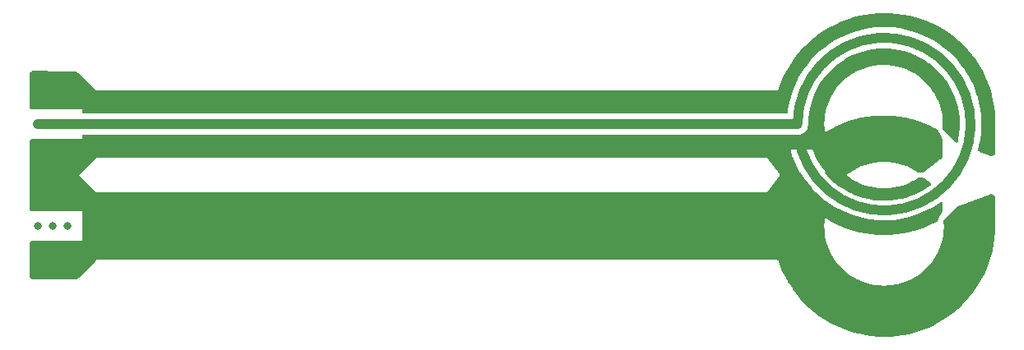
<source format=gbr>
G04 #@! TF.GenerationSoftware,KiCad,Pcbnew,8.0.0*
G04 #@! TF.CreationDate,2024-04-11T14:56:03-06:00*
G04 #@! TF.ProjectId,dual_loop_probe_groundfix,6475616c-5f6c-46f6-9f70-5f70726f6265,rev?*
G04 #@! TF.SameCoordinates,Original*
G04 #@! TF.FileFunction,Copper,L3,Inr*
G04 #@! TF.FilePolarity,Positive*
%FSLAX46Y46*%
G04 Gerber Fmt 4.6, Leading zero omitted, Abs format (unit mm)*
G04 Created by KiCad (PCBNEW 8.0.0) date 2024-04-11 14:56:03*
%MOMM*%
%LPD*%
G01*
G04 APERTURE LIST*
G04 #@! TA.AperFunction,Conductor*
%ADD10C,0.100000*%
G04 #@! TD*
G04 #@! TA.AperFunction,Conductor*
%ADD11C,1.000000*%
G04 #@! TD*
G04 #@! TA.AperFunction,ComponentPad*
%ADD12R,4.190000X3.000000*%
G04 #@! TD*
G04 #@! TA.AperFunction,ViaPad*
%ADD13C,0.800000*%
G04 #@! TD*
G04 APERTURE END LIST*
D10*
X174000000Y-88000000D02*
X171000000Y-88000000D01*
X171000000Y-87000000D01*
X174000000Y-87000000D01*
X174000000Y-88000000D01*
G04 #@! TA.AperFunction,Conductor*
G36*
X174000000Y-88000000D02*
G01*
X171000000Y-88000000D01*
X171000000Y-87000000D01*
X174000000Y-87000000D01*
X174000000Y-88000000D01*
G37*
G04 #@! TD.AperFunction*
D11*
X172096699Y-85500917D02*
G75*
G02*
X172532462Y-88252170I8903201J17D01*
G01*
D12*
X95500000Y-99325000D03*
X95500000Y-92675000D03*
X95500000Y-82350000D03*
X95500000Y-89000000D03*
D13*
X133000000Y-94000000D03*
X131500000Y-94000000D03*
X95500000Y-94000000D03*
X101500000Y-94000000D03*
X104500000Y-94000000D03*
X122500000Y-94000000D03*
X124000000Y-94000000D03*
X125500000Y-94000000D03*
X127000000Y-94000000D03*
X119500000Y-94000000D03*
X112000000Y-94000000D03*
X110500000Y-94000000D03*
X94000000Y-94000000D03*
X100000000Y-94000000D03*
X118000000Y-94000000D03*
X130000000Y-94000000D03*
X121000000Y-94000000D03*
X109000000Y-94000000D03*
X107500000Y-94000000D03*
X116500000Y-94000000D03*
X98500000Y-94000000D03*
X103000000Y-94000000D03*
X128500000Y-94000000D03*
X106000000Y-94000000D03*
X115000000Y-94000000D03*
X97000000Y-94000000D03*
X113500000Y-94000000D03*
X134500000Y-94000000D03*
X170500000Y-94000000D03*
X169000000Y-94000000D03*
X137500000Y-94000000D03*
X136000000Y-94000000D03*
X140500000Y-94000000D03*
X143500000Y-94000000D03*
X139000000Y-94000000D03*
X142000000Y-94000000D03*
X151000000Y-94000000D03*
X145000000Y-94000000D03*
X145000000Y-94000000D03*
X146500000Y-94000000D03*
X148000000Y-94000000D03*
X149500000Y-94000000D03*
X154000000Y-94000000D03*
X152500000Y-94000000D03*
X155500000Y-94000000D03*
X157000000Y-94000000D03*
X158500000Y-94000000D03*
X160000000Y-94000000D03*
X161500000Y-94000000D03*
X163000000Y-94000000D03*
X164500000Y-94000000D03*
X166000000Y-94000000D03*
X167500000Y-94000000D03*
X174160681Y-97491213D03*
X174635347Y-98913966D03*
X175402207Y-100202942D03*
X176426056Y-101298965D03*
X177659889Y-102151720D03*
X179047062Y-102722056D03*
X180523893Y-102983790D03*
X182022581Y-102924906D03*
X183474324Y-102548108D03*
X184812473Y-101870694D03*
X185975596Y-100923763D03*
X186910295Y-99750788D03*
X187573660Y-98405618D03*
X187935235Y-96950009D03*
X174160681Y-94508787D03*
X176189817Y-90750000D03*
X177393138Y-89793306D03*
X178759561Y-89174905D03*
X180226358Y-88861790D03*
X181726188Y-88868335D03*
X183190197Y-89194238D03*
X184551172Y-89824539D03*
X187935235Y-95500000D03*
X170892607Y-99477156D03*
X171491886Y-100883213D03*
X172285582Y-102189421D03*
X173257467Y-103369069D03*
X174387667Y-104398039D03*
X175653074Y-105255289D03*
X177027812Y-105923292D03*
X178483771Y-106388387D03*
X179991181Y-106641066D03*
X181519219Y-106676161D03*
X183036640Y-106492955D03*
X184512416Y-106095193D03*
X185916373Y-105491010D03*
X187219802Y-104692759D03*
X188396051Y-103716763D03*
X189421069Y-102582978D03*
X190273897Y-101314587D03*
X190937097Y-99937525D03*
X191397107Y-98479952D03*
X191644523Y-96971669D03*
X171000000Y-92250000D03*
X171500000Y-90750000D03*
X175653074Y-86744711D03*
X177027812Y-86076708D03*
X178483771Y-85611613D03*
X179991181Y-85358934D03*
X181519219Y-85323839D03*
X183036640Y-85507045D03*
X184512416Y-85904807D03*
X185916373Y-86508990D03*
X191397107Y-93520048D03*
X191644523Y-95028331D03*
X101500000Y-87500000D03*
X110500000Y-98000000D03*
X188451529Y-77783237D03*
X107500000Y-83500000D03*
X121000000Y-87500000D03*
X167500000Y-83500000D03*
X183474325Y-79001883D03*
X94000000Y-98000000D03*
X134500000Y-98000000D03*
X125500000Y-83500000D03*
X125500000Y-87500000D03*
X166000000Y-83500000D03*
X124000000Y-83500000D03*
X109000000Y-83500000D03*
X173000000Y-94000000D03*
X160000000Y-98000000D03*
X97007460Y-89003531D03*
X100000000Y-98000000D03*
X180523894Y-78566201D03*
X130000000Y-98000000D03*
X121000000Y-98000000D03*
X158500000Y-83500000D03*
X121000000Y-83500000D03*
X140500000Y-87500000D03*
X140500000Y-83500000D03*
X175628427Y-94707958D03*
X113500000Y-87500000D03*
X187935236Y-86000000D03*
X174000001Y-85549991D03*
X185888882Y-95045517D03*
X95500000Y-83500000D03*
X191694380Y-86426685D03*
X151000000Y-98000000D03*
X164500000Y-87500000D03*
X163000000Y-98000000D03*
X119500000Y-87500000D03*
X191452585Y-83020048D03*
X172000000Y-87500000D03*
X112000000Y-83500000D03*
X181480182Y-96186973D03*
X136000000Y-87500000D03*
X170500000Y-98000000D03*
X134500000Y-83500000D03*
X185971851Y-76008990D03*
X97000000Y-90250000D03*
X174635348Y-82636025D03*
X161500000Y-83500000D03*
X167500000Y-98000000D03*
X140500000Y-98000000D03*
X149500000Y-87500000D03*
X97000000Y-98000000D03*
X122500000Y-83500000D03*
X146500000Y-83500000D03*
X163000000Y-87500000D03*
X130000000Y-83500000D03*
X160000000Y-83500000D03*
X106000000Y-98000000D03*
X145000000Y-83500000D03*
X190329375Y-80185413D03*
X95500000Y-98000000D03*
X95500000Y-100500000D03*
X187573661Y-83144373D03*
X113500000Y-83500000D03*
X109000000Y-98000000D03*
X169000000Y-83500000D03*
X180191817Y-92566997D03*
X160000000Y-87500000D03*
X174443145Y-77101961D03*
X94000000Y-100500000D03*
X130000000Y-87500000D03*
X166000000Y-87500000D03*
X179952568Y-96136716D03*
X103000000Y-83500000D03*
X115000000Y-87500000D03*
X137500000Y-98000000D03*
X128500000Y-98000000D03*
X119500000Y-83500000D03*
X155500000Y-87500000D03*
X100000000Y-83500000D03*
X94000000Y-87750000D03*
X142000000Y-83500000D03*
X118000000Y-87500000D03*
X107500000Y-87500000D03*
X137500000Y-87500000D03*
X151000000Y-87500000D03*
X98500000Y-83500000D03*
X149500000Y-98000000D03*
X142000000Y-98000000D03*
X94000000Y-90250000D03*
X145000000Y-83500000D03*
X152500000Y-87500000D03*
X98500000Y-87500000D03*
X118000000Y-83500000D03*
X109000000Y-87500000D03*
X183158444Y-92260427D03*
X145000000Y-98000000D03*
X157000000Y-83500000D03*
X155500000Y-98000000D03*
X182022582Y-78625085D03*
X170500000Y-87500000D03*
X145000000Y-87500000D03*
X164500000Y-83500000D03*
X152500000Y-98000000D03*
X174000000Y-96000000D03*
X136000000Y-98000000D03*
X116500000Y-87500000D03*
X134500000Y-87500000D03*
X187275280Y-76807241D03*
X175708552Y-76244711D03*
X158500000Y-98000000D03*
X191446964Y-87934968D03*
X173000000Y-87500000D03*
X189476547Y-78917022D03*
X124000000Y-87500000D03*
X131500000Y-87500000D03*
X186910296Y-81799203D03*
X97000000Y-87750000D03*
X177083290Y-75576708D03*
X146500000Y-98000000D03*
X163000000Y-83500000D03*
X115000000Y-98000000D03*
X136000000Y-83500000D03*
X97000000Y-83500919D03*
X180046659Y-74858934D03*
X110500000Y-87500000D03*
X161500000Y-87500000D03*
X137500000Y-83500000D03*
X125500000Y-98000000D03*
X127000000Y-98000000D03*
X161500000Y-98000000D03*
X97007460Y-99253531D03*
X166000000Y-98000000D03*
X184524867Y-91642026D03*
X175402208Y-81347049D03*
X139000000Y-83500000D03*
X101500000Y-83500000D03*
X106000000Y-87500000D03*
X116500000Y-98000000D03*
X128500000Y-83500000D03*
X94000000Y-91500000D03*
X127000000Y-87500000D03*
X178539249Y-75111613D03*
X100000000Y-87500000D03*
X167500000Y-87500000D03*
X182999347Y-96018834D03*
X98500000Y-98000000D03*
X178447741Y-95869090D03*
X148000000Y-87500000D03*
X112000000Y-98000000D03*
X177366833Y-91610793D03*
X183092118Y-75007045D03*
X157000000Y-87500000D03*
X94000000Y-83500000D03*
X169000000Y-87500000D03*
X154000000Y-87500000D03*
X179047063Y-78827935D03*
X176426057Y-80251026D03*
X171000000Y-89250000D03*
X128500000Y-87500000D03*
X107500000Y-98000000D03*
X94000000Y-81000000D03*
X148000000Y-98000000D03*
X149500000Y-83500000D03*
X110500000Y-83500000D03*
X122500000Y-98000000D03*
X181574697Y-74823839D03*
X158500000Y-87500000D03*
X133000000Y-83500000D03*
X190992575Y-81562475D03*
X131500000Y-83500000D03*
X95500000Y-81000000D03*
X170948085Y-82022844D03*
X97000000Y-91500000D03*
X112000000Y-87500000D03*
X104500000Y-83500000D03*
X178727808Y-92241094D03*
X154000000Y-98000000D03*
X187935236Y-84599982D03*
X172000000Y-94000000D03*
X185975597Y-80626228D03*
X127000000Y-83500000D03*
X155500000Y-83500000D03*
X146500000Y-87500000D03*
X133000000Y-87500000D03*
X118000000Y-98000000D03*
X143500000Y-87500000D03*
X177659890Y-79398271D03*
X142000000Y-87500000D03*
X148000000Y-83500000D03*
X176996468Y-95389569D03*
X104500000Y-98000000D03*
X154000000Y-83500000D03*
X172341060Y-79310579D03*
X184478999Y-95635737D03*
X181691647Y-92573542D03*
X95500000Y-90250000D03*
X131500000Y-98000000D03*
X191700001Y-84528331D03*
X106000000Y-83500000D03*
X174160682Y-84058778D03*
X164500000Y-98000000D03*
X97000000Y-100500000D03*
X122500000Y-87500000D03*
X145000000Y-87500000D03*
X103000000Y-87500000D03*
X104500000Y-87500000D03*
X101500000Y-98000000D03*
X173312945Y-78130931D03*
X124000000Y-98000000D03*
X174160682Y-87041204D03*
X113500000Y-98000000D03*
X184812474Y-79679297D03*
X170555478Y-83500000D03*
X139000000Y-98000000D03*
X119500000Y-98000000D03*
X152500000Y-83500000D03*
X184567894Y-75404807D03*
X95500000Y-87750000D03*
X151000000Y-83500000D03*
X143500000Y-83500000D03*
X95500000Y-91500000D03*
X103000000Y-98000000D03*
X143500000Y-98000000D03*
X133000000Y-98000000D03*
X139000000Y-87500000D03*
X97007194Y-92739008D03*
X116500000Y-83500000D03*
X169000000Y-98000000D03*
X115000000Y-83500000D03*
X97007194Y-82239008D03*
X145000000Y-98000000D03*
X157000000Y-98000000D03*
X97000000Y-81000000D03*
X171547364Y-80616787D03*
X97000000Y-96000000D03*
X94000000Y-96000000D03*
X95500000Y-96000632D03*
X97000000Y-85500919D03*
X95500000Y-85500919D03*
X94000000Y-85500919D03*
D11*
X98000000Y-85500919D02*
X171999888Y-85500919D01*
X97652246Y-85500919D02*
X93999944Y-85500919D01*
G04 #@! TA.AperFunction,Conductor*
G36*
X172471177Y-90544812D02*
G01*
X172802343Y-91066641D01*
X172804719Y-91070384D01*
X173170589Y-91573960D01*
X173170597Y-91573970D01*
X173567361Y-92053572D01*
X173567385Y-92053600D01*
X173667223Y-92159916D01*
X173993492Y-92507355D01*
X174447257Y-92933465D01*
X174531426Y-93003095D01*
X174926866Y-93330230D01*
X174926891Y-93330250D01*
X175199860Y-93528572D01*
X175430473Y-93696121D01*
X175956045Y-94029656D01*
X176501523Y-94329533D01*
X176501535Y-94329538D01*
X176501543Y-94329543D01*
X176826106Y-94482269D01*
X177064754Y-94594567D01*
X177643515Y-94823713D01*
X178235522Y-95016065D01*
X178838439Y-95170866D01*
X179449886Y-95287504D01*
X179908244Y-95345406D01*
X180067440Y-95365517D01*
X180067444Y-95365517D01*
X180067450Y-95365518D01*
X180688695Y-95404602D01*
X181311156Y-95404600D01*
X181311178Y-95404600D01*
X181311178Y-95404599D01*
X181932411Y-95365512D01*
X182549975Y-95287494D01*
X183161422Y-95170852D01*
X183161437Y-95170848D01*
X183161446Y-95170846D01*
X183368182Y-95117764D01*
X183764338Y-95016048D01*
X184356344Y-94823692D01*
X184935103Y-94594542D01*
X185498332Y-94329505D01*
X185498352Y-94329493D01*
X185498358Y-94329491D01*
X186043788Y-94029636D01*
X186043788Y-94029635D01*
X186043808Y-94029625D01*
X186569378Y-93696086D01*
X186799940Y-93528571D01*
X186866806Y-93504714D01*
X186935958Y-93520794D01*
X186985438Y-93571707D01*
X187000000Y-93630508D01*
X187000000Y-94374658D01*
X186999154Y-94389232D01*
X186988320Y-94482269D01*
X186981625Y-94510631D01*
X186949705Y-94598698D01*
X186943944Y-94612111D01*
X186613122Y-95273755D01*
X186611803Y-95276393D01*
X186611802Y-95276394D01*
X186500000Y-95500000D01*
X186542704Y-95500000D01*
X186539086Y-95502606D01*
X186418359Y-95571850D01*
X186412258Y-95575130D01*
X185856782Y-95854344D01*
X185850511Y-95857283D01*
X185280539Y-96105553D01*
X185274117Y-96108143D01*
X184691365Y-96324723D01*
X184684809Y-96326956D01*
X184091041Y-96511187D01*
X184084372Y-96513057D01*
X183481381Y-96664386D01*
X183474620Y-96665887D01*
X182864216Y-96783859D01*
X182857383Y-96784986D01*
X182241406Y-96869244D01*
X182234521Y-96869993D01*
X181614869Y-96920277D01*
X181607953Y-96920647D01*
X180986476Y-96936808D01*
X180979551Y-96936798D01*
X180358106Y-96918790D01*
X180351191Y-96918399D01*
X179731690Y-96866273D01*
X179724808Y-96865503D01*
X179109100Y-96779418D01*
X179102270Y-96778271D01*
X178492229Y-96658489D01*
X178485473Y-96656968D01*
X177882913Y-96503842D01*
X177876250Y-96501953D01*
X177283032Y-96315957D01*
X177276483Y-96313704D01*
X176694381Y-96095396D01*
X176687966Y-96092787D01*
X176118727Y-95842822D01*
X176112465Y-95839864D01*
X175557843Y-95559011D01*
X175551753Y-95555714D01*
X175043359Y-95262115D01*
X175026751Y-95249924D01*
X175013460Y-95243852D01*
X174999836Y-95236588D01*
X174989475Y-95230219D01*
X174989472Y-95230217D01*
X174988808Y-95230057D01*
X174984809Y-95228675D01*
X174980579Y-95228596D01*
X174979893Y-95228517D01*
X174967964Y-95230932D01*
X174952676Y-95233062D01*
X174940560Y-95233998D01*
X174939902Y-95234270D01*
X174935875Y-95235495D01*
X174932434Y-95237899D01*
X174931808Y-95238252D01*
X174923581Y-95247213D01*
X174912466Y-95257921D01*
X174903204Y-95265809D01*
X174902831Y-95266416D01*
X174900296Y-95269772D01*
X174898919Y-95273755D01*
X174898627Y-95274393D01*
X174897239Y-95286474D01*
X174894541Y-95301669D01*
X174891683Y-95313500D01*
X174891735Y-95314170D01*
X174891284Y-95338266D01*
X174868326Y-95537927D01*
X174868324Y-95537959D01*
X174850969Y-96019135D01*
X174871317Y-96500194D01*
X174929244Y-96978195D01*
X174929248Y-96978216D01*
X175024393Y-97450199D01*
X175024395Y-97450207D01*
X175156179Y-97913294D01*
X175156188Y-97913322D01*
X175323805Y-98364688D01*
X175323816Y-98364714D01*
X175526235Y-98801577D01*
X175526236Y-98801579D01*
X175762223Y-99221279D01*
X176030314Y-99621209D01*
X176030329Y-99621231D01*
X176328907Y-99998978D01*
X176492955Y-100176065D01*
X176656122Y-100352202D01*
X176656131Y-100352212D01*
X177009965Y-100678735D01*
X177009972Y-100678741D01*
X177009979Y-100678747D01*
X177388298Y-100976600D01*
X177788762Y-101243938D01*
X177788765Y-101243940D01*
X177788770Y-101243943D01*
X177974152Y-101347712D01*
X178208916Y-101479123D01*
X178515392Y-101620414D01*
X178578482Y-101649500D01*
X178646185Y-101680712D01*
X179097885Y-101847469D01*
X179561249Y-101978372D01*
X180033435Y-102072618D01*
X180511547Y-102129629D01*
X180992654Y-102149056D01*
X180992658Y-102149055D01*
X180992662Y-102149056D01*
X181473790Y-102130780D01*
X181473794Y-102130779D01*
X181473807Y-102130779D01*
X181881390Y-102083164D01*
X181952047Y-102074911D01*
X181952050Y-102074910D01*
X181952054Y-102074910D01*
X181952059Y-102074908D01*
X181952071Y-102074907D01*
X182097555Y-102046230D01*
X182424463Y-101981793D01*
X182888138Y-101851997D01*
X183340236Y-101686320D01*
X183777985Y-101485776D01*
X184198700Y-101251596D01*
X184198700Y-101251595D01*
X184198707Y-101251592D01*
X184198713Y-101251588D01*
X184599787Y-100985225D01*
X184599787Y-100985224D01*
X184599802Y-100985215D01*
X184826144Y-100807888D01*
X184978810Y-100688283D01*
X184978815Y-100688278D01*
X184978831Y-100688266D01*
X185333464Y-100362572D01*
X185661525Y-100010127D01*
X185961005Y-99633094D01*
X186230065Y-99233785D01*
X186467056Y-98814647D01*
X186495654Y-98753312D01*
X186573769Y-98585772D01*
X186670526Y-98378250D01*
X186839226Y-97927272D01*
X186972123Y-97464476D01*
X187068401Y-96992700D01*
X187127469Y-96514838D01*
X187144764Y-96127861D01*
X187148967Y-96033830D01*
X187148967Y-96033819D01*
X187132762Y-95552592D01*
X187120794Y-95446280D01*
X187133049Y-95376352D01*
X187156908Y-95343092D01*
X187750003Y-94749997D01*
X188418667Y-94081332D01*
X188428628Y-94072379D01*
X188495788Y-94018209D01*
X188518321Y-94003700D01*
X188595417Y-93964981D01*
X188607698Y-93959613D01*
X191816305Y-92756385D01*
X191832909Y-92751433D01*
X191941443Y-92727054D01*
X191975936Y-92724181D01*
X192078221Y-92729783D01*
X192112201Y-92736407D01*
X192209103Y-92769637D01*
X192239998Y-92785260D01*
X192324194Y-92843608D01*
X192349671Y-92867051D01*
X192395746Y-92922975D01*
X192423625Y-92988269D01*
X192424500Y-93003095D01*
X192424500Y-95998248D01*
X192424450Y-96001782D01*
X192406626Y-96637038D01*
X192406230Y-96644094D01*
X192352962Y-97275607D01*
X192352171Y-97282631D01*
X192263576Y-97910179D01*
X192262392Y-97917146D01*
X192138753Y-98538725D01*
X192137180Y-98545616D01*
X191978884Y-99159276D01*
X191976928Y-99166067D01*
X191784464Y-99769916D01*
X191782129Y-99776587D01*
X191556127Y-100368651D01*
X191553423Y-100375181D01*
X191294560Y-100953682D01*
X191291493Y-100960050D01*
X191000607Y-101523114D01*
X190997188Y-101529299D01*
X190675202Y-102075146D01*
X190671442Y-102081131D01*
X190319337Y-102608093D01*
X190315247Y-102613857D01*
X189934166Y-103120225D01*
X189929760Y-103125751D01*
X189520866Y-103609979D01*
X189516156Y-103615249D01*
X189080769Y-104075772D01*
X189075772Y-104080769D01*
X188615249Y-104516156D01*
X188609979Y-104520866D01*
X188125751Y-104929760D01*
X188120225Y-104934166D01*
X187613857Y-105315247D01*
X187608093Y-105319337D01*
X187081131Y-105671442D01*
X187075146Y-105675202D01*
X186529299Y-105997188D01*
X186523114Y-106000607D01*
X185960050Y-106291493D01*
X185953682Y-106294560D01*
X185375181Y-106553423D01*
X185368651Y-106556127D01*
X184776587Y-106782129D01*
X184769916Y-106784464D01*
X184166067Y-106976928D01*
X184159276Y-106978884D01*
X183545616Y-107137180D01*
X183538725Y-107138753D01*
X182917146Y-107262392D01*
X182910179Y-107263576D01*
X182282631Y-107352171D01*
X182275607Y-107352962D01*
X181644094Y-107406230D01*
X181637038Y-107406626D01*
X181148740Y-107420326D01*
X181091250Y-107408238D01*
X181076242Y-107401126D01*
X181076241Y-107401126D01*
X181076239Y-107401125D01*
X181044026Y-107401325D01*
X181042169Y-107401322D01*
X181041468Y-107401316D01*
X181039739Y-107401290D01*
X180394673Y-107386916D01*
X180387498Y-107386551D01*
X179745750Y-107335549D01*
X179738606Y-107334776D01*
X179100794Y-107247274D01*
X179093707Y-107246095D01*
X178461927Y-107122384D01*
X178454918Y-107120803D01*
X177831195Y-106961275D01*
X177824288Y-106959296D01*
X177210713Y-106764489D01*
X177203930Y-106762121D01*
X176602431Y-106532648D01*
X176595794Y-106529897D01*
X176008343Y-106266509D01*
X176001874Y-106263383D01*
X175430417Y-105966952D01*
X175424156Y-105963475D01*
X174870467Y-105634919D01*
X174864405Y-105631083D01*
X174330396Y-105271537D01*
X174324553Y-105267356D01*
X173811897Y-104877949D01*
X173806302Y-104873442D01*
X173316671Y-104455444D01*
X173311342Y-104450625D01*
X172846347Y-104005413D01*
X172841301Y-104000299D01*
X172402421Y-103529287D01*
X172397674Y-103523892D01*
X171986359Y-103028634D01*
X171981929Y-103022979D01*
X171926882Y-102948430D01*
X171599516Y-102505089D01*
X171595421Y-102499199D01*
X171576143Y-102469711D01*
X171243129Y-101960322D01*
X171239376Y-101954206D01*
X171218633Y-101918144D01*
X170991415Y-101523114D01*
X170918392Y-101396159D01*
X170914989Y-101389832D01*
X170899312Y-101358579D01*
X170626319Y-100814365D01*
X170623309Y-100807909D01*
X170367907Y-100216920D01*
X170365263Y-100210291D01*
X170155376Y-99636886D01*
X170150976Y-99621209D01*
X170150498Y-99620055D01*
X170150498Y-99620053D01*
X170142758Y-99601372D01*
X170139670Y-99593109D01*
X170131864Y-99569738D01*
X170131862Y-99569736D01*
X170130750Y-99567908D01*
X170107825Y-99544986D01*
X170106563Y-99543706D01*
X170106512Y-99543654D01*
X170104588Y-99541674D01*
X170083983Y-99520474D01*
X170083981Y-99520473D01*
X170057138Y-99510649D01*
X170052252Y-99508744D01*
X170028440Y-99498883D01*
X170022704Y-99497273D01*
X170019462Y-99496861D01*
X169998757Y-99498896D01*
X169986447Y-99499500D01*
X169041535Y-99499568D01*
X169013301Y-99499568D01*
X169013297Y-99499569D01*
X169002773Y-99503928D01*
X169000000Y-99500000D01*
X168740922Y-99500000D01*
X168740916Y-99500000D01*
X100207104Y-99500000D01*
X100000000Y-99500000D01*
X99853558Y-99646442D01*
X99853537Y-99646461D01*
X98152287Y-101347712D01*
X98139896Y-101358579D01*
X98056055Y-101422913D01*
X98027569Y-101439360D01*
X97937627Y-101476615D01*
X97905856Y-101485128D01*
X97827917Y-101495388D01*
X97801080Y-101498922D01*
X97784635Y-101500000D01*
X93508258Y-101500000D01*
X93491812Y-101498922D01*
X93387037Y-101485128D01*
X93355265Y-101476615D01*
X93265326Y-101439361D01*
X93236840Y-101422914D01*
X93159605Y-101363649D01*
X93136351Y-101340396D01*
X93101536Y-101295024D01*
X93075937Y-101228807D01*
X93075500Y-101218323D01*
X93075500Y-97781677D01*
X93095502Y-97713556D01*
X93101531Y-97704981D01*
X93136351Y-97659603D01*
X93159603Y-97636351D01*
X93236843Y-97577082D01*
X93265321Y-97560640D01*
X93355270Y-97523382D01*
X93387033Y-97514872D01*
X93468592Y-97504134D01*
X93491813Y-97501078D01*
X93508258Y-97500000D01*
X97999993Y-97500000D01*
X98000000Y-97500000D01*
X98500000Y-97500000D01*
X98500000Y-94500000D01*
X98000002Y-94500000D01*
X93508258Y-94500000D01*
X93491812Y-94498922D01*
X93387037Y-94485128D01*
X93355265Y-94476615D01*
X93265326Y-94439361D01*
X93236840Y-94422914D01*
X93159605Y-94363649D01*
X93136351Y-94340396D01*
X93101536Y-94295024D01*
X93075937Y-94228807D01*
X93075500Y-94218323D01*
X93075500Y-90501588D01*
X98000000Y-90605190D01*
X100000000Y-92500000D01*
X168750000Y-92500000D01*
X169000000Y-92500000D01*
X170500000Y-90500000D01*
X172446541Y-90500000D01*
X172471177Y-90544812D01*
G37*
G04 #@! TD.AperFunction*
G04 #@! TA.AperFunction,Conductor*
G36*
X177394625Y-90543917D02*
G01*
X177394613Y-90543926D01*
X177208238Y-90686881D01*
X177202924Y-90690741D01*
X177186668Y-90701914D01*
X177184698Y-90704624D01*
X177179107Y-90723500D01*
X177177071Y-90729766D01*
X177170500Y-90748323D01*
X177170500Y-90751676D01*
X177177070Y-90770229D01*
X177179107Y-90776499D01*
X177184697Y-90795369D01*
X177186674Y-90798089D01*
X177202923Y-90809257D01*
X177208218Y-90813102D01*
X177394618Y-90956077D01*
X177394625Y-90956082D01*
X177608260Y-91095286D01*
X177797087Y-91218325D01*
X178143434Y-91407760D01*
X178218536Y-91448837D01*
X178656464Y-91646245D01*
X178656466Y-91646246D01*
X178656469Y-91646247D01*
X179108289Y-91809384D01*
X179571319Y-91937282D01*
X180042817Y-92029183D01*
X180519986Y-92084542D01*
X181000000Y-92103032D01*
X181480014Y-92084542D01*
X181957183Y-92029183D01*
X182428681Y-91937282D01*
X182891711Y-91809384D01*
X183343531Y-91646247D01*
X183781464Y-91448837D01*
X184202913Y-91218325D01*
X184484036Y-91035146D01*
X184506616Y-91020433D01*
X184574609Y-91000002D01*
X184575403Y-91000000D01*
X184823176Y-91000000D01*
X184843358Y-91001627D01*
X184880019Y-91007576D01*
X184971264Y-91022382D01*
X185009556Y-91035146D01*
X185076809Y-91070384D01*
X185124336Y-91095286D01*
X185141458Y-91106094D01*
X185782738Y-91587054D01*
X185825233Y-91643928D01*
X185830234Y-91714748D01*
X185796153Y-91777030D01*
X185785828Y-91786261D01*
X185719069Y-91839644D01*
X185711970Y-91844923D01*
X185262669Y-92155149D01*
X185255218Y-92159916D01*
X184785262Y-92437850D01*
X184777505Y-92442077D01*
X184647105Y-92507311D01*
X184289197Y-92686355D01*
X184281151Y-92690032D01*
X183776912Y-92899443D01*
X183768628Y-92902547D01*
X183250940Y-93076060D01*
X183242459Y-93078575D01*
X182713875Y-93215336D01*
X182705238Y-93217250D01*
X182168355Y-93316587D01*
X182159605Y-93317890D01*
X181617081Y-93379309D01*
X181608261Y-93379995D01*
X181062771Y-93403196D01*
X181053925Y-93403262D01*
X180508126Y-93388130D01*
X180499297Y-93387574D01*
X179955937Y-93334186D01*
X179947169Y-93333013D01*
X179408869Y-93241628D01*
X179400205Y-93239842D01*
X178869651Y-93110912D01*
X178861133Y-93108522D01*
X178340944Y-92942687D01*
X178332615Y-92939706D01*
X177825335Y-92737776D01*
X177817236Y-92734218D01*
X177325375Y-92497192D01*
X177317545Y-92493074D01*
X176843525Y-92222119D01*
X176836004Y-92217462D01*
X176382172Y-91913920D01*
X176374996Y-91908747D01*
X175943572Y-91574103D01*
X175936777Y-91568439D01*
X175529909Y-91204358D01*
X175523527Y-91198231D01*
X175143189Y-90806480D01*
X175137263Y-90799931D01*
X174884432Y-90500000D01*
X177462025Y-90500000D01*
X177394625Y-90543917D01*
G37*
G04 #@! TD.AperFunction*
G04 #@! TA.AperFunction,Conductor*
G36*
X181491158Y-77713837D02*
G01*
X181500085Y-77714404D01*
X182042820Y-77768371D01*
X182051674Y-77769570D01*
X182589193Y-77861931D01*
X182597929Y-77863754D01*
X183037519Y-77971901D01*
X183127541Y-77994048D01*
X183136152Y-77996494D01*
X183655167Y-78164058D01*
X183663566Y-78167104D01*
X184169379Y-78371097D01*
X184177544Y-78374732D01*
X184667595Y-78614123D01*
X184675489Y-78618333D01*
X185147305Y-78891912D01*
X185154863Y-78896661D01*
X185606066Y-79203050D01*
X185613289Y-79208339D01*
X186041594Y-79545986D01*
X186048422Y-79551774D01*
X186451659Y-79918966D01*
X186458060Y-79925224D01*
X186573680Y-80046606D01*
X186763305Y-80245681D01*
X186834232Y-80320142D01*
X186840166Y-80326833D01*
X187168019Y-80724043D01*
X187187333Y-80747443D01*
X187192780Y-80754541D01*
X187509220Y-81198756D01*
X187514151Y-81206227D01*
X187798238Y-81671765D01*
X187802627Y-81679567D01*
X188052949Y-82164111D01*
X188056772Y-82172205D01*
X188272065Y-82673306D01*
X188275305Y-82681651D01*
X188454474Y-83196771D01*
X188457112Y-83205325D01*
X188599249Y-83731845D01*
X188601274Y-83740564D01*
X188705677Y-84275878D01*
X188707077Y-84284720D01*
X188773206Y-84826075D01*
X188773975Y-84834994D01*
X188801501Y-85379682D01*
X188801635Y-85388632D01*
X188790419Y-85933903D01*
X188789917Y-85942841D01*
X188740014Y-86485934D01*
X188738879Y-86494813D01*
X188650544Y-87032999D01*
X188648781Y-87041776D01*
X188584274Y-87312696D01*
X188549038Y-87374331D01*
X188486072Y-87407132D01*
X188415369Y-87400683D01*
X188372606Y-87372606D01*
X187146462Y-86146461D01*
X187146454Y-86146454D01*
X187146447Y-86146447D01*
X187036541Y-86036541D01*
X187029942Y-85980299D01*
X187030885Y-85971876D01*
X187034475Y-85939791D01*
X187050237Y-85461156D01*
X187046521Y-85379682D01*
X187028420Y-84982768D01*
X187028419Y-84982765D01*
X187028419Y-84982758D01*
X186969157Y-84507544D01*
X186872815Y-84038441D01*
X186739986Y-83578336D01*
X186571488Y-83130063D01*
X186368359Y-82696382D01*
X186131850Y-82279965D01*
X185944435Y-82003072D01*
X185863422Y-81883381D01*
X185863421Y-81883380D01*
X185863417Y-81883374D01*
X185604557Y-81558983D01*
X185564720Y-81509061D01*
X185564716Y-81509057D01*
X185564713Y-81509053D01*
X185237577Y-81159307D01*
X185082098Y-81017256D01*
X184884024Y-80836288D01*
X184789243Y-80762454D01*
X184506232Y-80541988D01*
X184106526Y-80278217D01*
X184070837Y-80258496D01*
X183687381Y-80046606D01*
X183687377Y-80046604D01*
X183687368Y-80046599D01*
X183251339Y-79848562D01*
X183251338Y-79848561D01*
X183251330Y-79848558D01*
X182801139Y-79685329D01*
X182801105Y-79685318D01*
X182339506Y-79557894D01*
X182339490Y-79557891D01*
X181922441Y-79477316D01*
X181869295Y-79467048D01*
X181393420Y-79413354D01*
X180914800Y-79397139D01*
X180914797Y-79397139D01*
X180914794Y-79397139D01*
X180766772Y-79403749D01*
X180436382Y-79418504D01*
X180436374Y-79418504D01*
X180436373Y-79418505D01*
X180436365Y-79418505D01*
X179961126Y-79477314D01*
X179961116Y-79477316D01*
X179491918Y-79573214D01*
X179031694Y-79705606D01*
X179031683Y-79705609D01*
X178583269Y-79873676D01*
X178583232Y-79873691D01*
X178149393Y-80076394D01*
X177732746Y-80312512D01*
X177335903Y-80580569D01*
X177335891Y-80580577D01*
X176961318Y-80878902D01*
X176961286Y-80878930D01*
X176611236Y-81205729D01*
X176611230Y-81205736D01*
X176287885Y-81558974D01*
X176287877Y-81558983D01*
X175993236Y-81936476D01*
X175993225Y-81936490D01*
X175729081Y-82335938D01*
X175729073Y-82335951D01*
X175497062Y-82754885D01*
X175497056Y-82754898D01*
X175298619Y-83190712D01*
X175298612Y-83190728D01*
X175134960Y-83640756D01*
X175134946Y-83640799D01*
X175007087Y-84102265D01*
X175007082Y-84102287D01*
X175007081Y-84102293D01*
X174959229Y-84348721D01*
X174915791Y-84572417D01*
X174861649Y-85048226D01*
X174844981Y-85526836D01*
X174865892Y-86005262D01*
X174865892Y-86005269D01*
X174865893Y-86005273D01*
X174890068Y-86202132D01*
X174890231Y-86203453D01*
X174890737Y-86226870D01*
X174893943Y-86240256D01*
X174896468Y-86254242D01*
X174898144Y-86267889D01*
X174899060Y-86270516D01*
X174900162Y-86272567D01*
X174901844Y-86274781D01*
X174902307Y-86275177D01*
X174902308Y-86275178D01*
X174906889Y-86279095D01*
X174912297Y-86283718D01*
X174922568Y-86293556D01*
X174931955Y-86303622D01*
X174934201Y-86305181D01*
X174936359Y-86306223D01*
X174938973Y-86307010D01*
X174939597Y-86307059D01*
X174939599Y-86307061D01*
X174952726Y-86308101D01*
X174966781Y-86310017D01*
X174979692Y-86312527D01*
X174979694Y-86312525D01*
X174980302Y-86312644D01*
X174983051Y-86312585D01*
X174985385Y-86312164D01*
X174987983Y-86311257D01*
X174988507Y-86310935D01*
X174988508Y-86310936D01*
X174999731Y-86304067D01*
X175012253Y-86297342D01*
X175024157Y-86291792D01*
X175024157Y-86291790D01*
X175027615Y-86290178D01*
X175042635Y-86279099D01*
X175575582Y-85973669D01*
X175581945Y-85970262D01*
X176162612Y-85680605D01*
X176169169Y-85677567D01*
X176765596Y-85421863D01*
X176772300Y-85419216D01*
X177382480Y-85198327D01*
X177389319Y-85196072D01*
X178011213Y-85010736D01*
X178018197Y-85008872D01*
X178649732Y-84859706D01*
X178656809Y-84858249D01*
X179295880Y-84745747D01*
X179303057Y-84744696D01*
X179947539Y-84669232D01*
X179954753Y-84668598D01*
X180602544Y-84630419D01*
X180609758Y-84630202D01*
X181258657Y-84629439D01*
X181265904Y-84629639D01*
X181913784Y-84666293D01*
X181920964Y-84666908D01*
X182565635Y-84740856D01*
X182572815Y-84741890D01*
X183212142Y-84852884D01*
X183219236Y-84854328D01*
X183815607Y-84993707D01*
X183851104Y-85002003D01*
X183858131Y-85003861D01*
X184480391Y-85187712D01*
X184487299Y-85189971D01*
X184697557Y-85265526D01*
X185097973Y-85409414D01*
X185104719Y-85412061D01*
X185701707Y-85666342D01*
X185708273Y-85669365D01*
X186002486Y-85815265D01*
X186289597Y-85957643D01*
X186296013Y-85961058D01*
X186542739Y-86101686D01*
X186559572Y-86119145D01*
X186611802Y-86223605D01*
X186611803Y-86223607D01*
X186750000Y-86500000D01*
X186800749Y-86601499D01*
X186943944Y-86887888D01*
X186949705Y-86901301D01*
X186981625Y-86989368D01*
X186988320Y-87017730D01*
X186999154Y-87110767D01*
X187000000Y-87125341D01*
X187000000Y-88740245D01*
X186998498Y-88759640D01*
X186996999Y-88769261D01*
X186979325Y-88882704D01*
X186967525Y-88919656D01*
X186916240Y-89022225D01*
X186893758Y-89053837D01*
X186806809Y-89143015D01*
X186792193Y-89155854D01*
X185141458Y-90393905D01*
X185124336Y-90404713D01*
X185009558Y-90464852D01*
X184971263Y-90477617D01*
X184843359Y-90498373D01*
X184823176Y-90500000D01*
X184575403Y-90500000D01*
X184507282Y-90479998D01*
X184506616Y-90479567D01*
X184202913Y-90281675D01*
X183781463Y-90051162D01*
X183343535Y-89853754D01*
X182891703Y-89690613D01*
X182428682Y-89562718D01*
X181957190Y-89470818D01*
X181957186Y-89470817D01*
X181480014Y-89415458D01*
X181000000Y-89396968D01*
X180519985Y-89415458D01*
X180042813Y-89470817D01*
X180042809Y-89470818D01*
X179571317Y-89562718D01*
X179108296Y-89690613D01*
X178656464Y-89853754D01*
X178218536Y-90051162D01*
X177797086Y-90281675D01*
X177394624Y-90543918D01*
X177394613Y-90543926D01*
X177208238Y-90686881D01*
X177202924Y-90690741D01*
X177186668Y-90701914D01*
X177184698Y-90704624D01*
X177179107Y-90723500D01*
X177177071Y-90729766D01*
X177170500Y-90748323D01*
X177170500Y-90751676D01*
X177177070Y-90770229D01*
X177179107Y-90776499D01*
X177184697Y-90795369D01*
X177186674Y-90798089D01*
X177202923Y-90809257D01*
X177208218Y-90813102D01*
X177339884Y-90914094D01*
X177394625Y-90956082D01*
X177462025Y-91000000D01*
X175471075Y-91000000D01*
X175243739Y-90768374D01*
X175237699Y-90761767D01*
X175153922Y-90663306D01*
X174884253Y-90346368D01*
X174878722Y-90339378D01*
X174555659Y-89899928D01*
X174550649Y-89892581D01*
X174259584Y-89431275D01*
X174255098Y-89423569D01*
X174240847Y-89396968D01*
X173997554Y-88942822D01*
X173993610Y-88934786D01*
X173770853Y-88436979D01*
X173767489Y-88428684D01*
X173579799Y-87914012D01*
X173578340Y-87909780D01*
X173547578Y-87815107D01*
X173449986Y-87636025D01*
X173449985Y-87636023D01*
X173321145Y-87477919D01*
X173321143Y-87477917D01*
X173165450Y-87346182D01*
X173165448Y-87346181D01*
X173165447Y-87346180D01*
X172988194Y-87245295D01*
X172988190Y-87245293D01*
X172988189Y-87245293D01*
X172988187Y-87245292D01*
X172795426Y-87178698D01*
X172795418Y-87178696D01*
X172593693Y-87148655D01*
X172389877Y-87156191D01*
X172389876Y-87156191D01*
X172190927Y-87201049D01*
X172190910Y-87201054D01*
X172003599Y-87281701D01*
X172003597Y-87281702D01*
X171834277Y-87395406D01*
X171688733Y-87538285D01*
X171571922Y-87705475D01*
X171487821Y-87891280D01*
X171439295Y-88089376D01*
X171439294Y-88089383D01*
X171427994Y-88293014D01*
X171427994Y-88293018D01*
X171454303Y-88495256D01*
X171454305Y-88495264D01*
X171502437Y-88643397D01*
X171502467Y-88643463D01*
X171553417Y-88800269D01*
X171582975Y-88891238D01*
X171812448Y-89470817D01*
X171814442Y-89475851D01*
X172082157Y-90044769D01*
X172385048Y-90595722D01*
X172385058Y-90595739D01*
X172385060Y-90595742D01*
X172641612Y-91000000D01*
X170500000Y-91000000D01*
X170077833Y-90437110D01*
X169150001Y-89200001D01*
X169150000Y-89200000D01*
X169000000Y-89000000D01*
X168750002Y-89000000D01*
X100207104Y-89000000D01*
X100000000Y-89000000D01*
X99853558Y-89146442D01*
X99853537Y-89146461D01*
X98565972Y-90434025D01*
X98565967Y-90434032D01*
X98565963Y-90434036D01*
X98000000Y-91000000D01*
X93075500Y-91000000D01*
X93075500Y-87281677D01*
X93095502Y-87213556D01*
X93101531Y-87204981D01*
X93136351Y-87159603D01*
X93159603Y-87136351D01*
X93236843Y-87077082D01*
X93265321Y-87060640D01*
X93355270Y-87023382D01*
X93387033Y-87014872D01*
X93468592Y-87004134D01*
X93491813Y-87001078D01*
X93508258Y-87000000D01*
X97999993Y-87000000D01*
X98000000Y-87000000D01*
X98500000Y-87000000D01*
X98500000Y-86632465D01*
X98506886Y-86623920D01*
X98574249Y-86601499D01*
X98578747Y-86601419D01*
X172040009Y-86601419D01*
X172051634Y-86601956D01*
X172096701Y-86606132D01*
X172096702Y-86606131D01*
X172096705Y-86606132D01*
X172096707Y-86606132D01*
X172207473Y-86595867D01*
X172299784Y-86587313D01*
X172495951Y-86531499D01*
X172678522Y-86440589D01*
X172841279Y-86317679D01*
X172978681Y-86166956D01*
X173086048Y-85993552D01*
X173159724Y-85803371D01*
X173197200Y-85602891D01*
X173197199Y-85503138D01*
X173197279Y-85498663D01*
X173199903Y-85424831D01*
X173216731Y-84951387D01*
X173217363Y-84942496D01*
X173275390Y-84400152D01*
X173276651Y-84391342D01*
X173373037Y-83854489D01*
X173374920Y-83845791D01*
X173509174Y-83317163D01*
X173511682Y-83308577D01*
X173547306Y-83200994D01*
X173683127Y-82790821D01*
X173686238Y-82782438D01*
X173697585Y-82754898D01*
X173894009Y-82278164D01*
X173897692Y-82270056D01*
X174140761Y-81781771D01*
X174145007Y-81773950D01*
X174422135Y-81304151D01*
X174426911Y-81296674D01*
X174736699Y-80847726D01*
X174742009Y-80840588D01*
X175082880Y-80414785D01*
X175088686Y-80408038D01*
X175458931Y-80007506D01*
X175465196Y-80001194D01*
X175862936Y-79627969D01*
X175869638Y-79622113D01*
X176292899Y-79278050D01*
X176299979Y-79272702D01*
X176746571Y-78959579D01*
X176754064Y-78954713D01*
X177221751Y-78674093D01*
X177229528Y-78669795D01*
X177716003Y-78423067D01*
X177724072Y-78419329D01*
X178226795Y-78207780D01*
X178235137Y-78204614D01*
X178751587Y-78029303D01*
X178760152Y-78026730D01*
X179287757Y-77888524D01*
X179296478Y-77886568D01*
X179832577Y-77786169D01*
X179841375Y-77784843D01*
X180383251Y-77722762D01*
X180392161Y-77722061D01*
X180937060Y-77698608D01*
X180945978Y-77698542D01*
X181491158Y-77713837D01*
G37*
G04 #@! TD.AperFunction*
G04 #@! TA.AperFunction,Conductor*
G36*
X180962649Y-74076348D02*
G01*
X180977151Y-74076025D01*
X180977152Y-74076026D01*
X180996800Y-74075589D01*
X180999428Y-74075531D01*
X181002226Y-74075500D01*
X181003868Y-74075500D01*
X181004733Y-74075502D01*
X181648190Y-74079923D01*
X181655462Y-74080185D01*
X182297005Y-74121974D01*
X182304254Y-74122658D01*
X182942244Y-74201676D01*
X182949488Y-74202788D01*
X183067855Y-74224498D01*
X183581817Y-74318769D01*
X183588939Y-74320291D01*
X184189447Y-74466979D01*
X184213423Y-74472836D01*
X184220490Y-74474781D01*
X184835073Y-74663385D01*
X184842014Y-74665739D01*
X185444548Y-74889743D01*
X185451319Y-74892486D01*
X186039875Y-75151175D01*
X186046444Y-75154293D01*
X186618961Y-75446765D01*
X186625356Y-75450270D01*
X187179880Y-75775525D01*
X187186067Y-75779400D01*
X187720733Y-76136342D01*
X187726686Y-76140571D01*
X188239686Y-76527991D01*
X188245403Y-76532576D01*
X188735008Y-76949169D01*
X188740438Y-76954068D01*
X188851446Y-77060249D01*
X189204989Y-77398421D01*
X189210136Y-77403639D01*
X189648062Y-77874249D01*
X189652897Y-77879758D01*
X190062715Y-78375031D01*
X190067221Y-78380811D01*
X190447547Y-78899073D01*
X190451710Y-78905106D01*
X190801265Y-79444617D01*
X190805069Y-79450881D01*
X191122648Y-80009776D01*
X191126083Y-80016251D01*
X191410650Y-80592711D01*
X191413701Y-80599375D01*
X191525964Y-80864624D01*
X191650683Y-81159307D01*
X191664247Y-81191354D01*
X191666903Y-81198175D01*
X191701982Y-81296651D01*
X191882624Y-81803776D01*
X191884881Y-81810749D01*
X192065013Y-82427833D01*
X192066861Y-82434925D01*
X192210809Y-83061438D01*
X192212242Y-83068626D01*
X192319518Y-83702450D01*
X192320531Y-83709709D01*
X192390774Y-84348721D01*
X192391362Y-84356027D01*
X192414951Y-84815370D01*
X192423546Y-84982758D01*
X192424334Y-84998093D01*
X192424500Y-85004555D01*
X192424500Y-88496903D01*
X192404498Y-88565024D01*
X192395747Y-88577022D01*
X192349672Y-88632947D01*
X192324194Y-88656391D01*
X192239998Y-88714739D01*
X192209101Y-88730363D01*
X192112201Y-88763592D01*
X192078220Y-88770216D01*
X191975943Y-88775818D01*
X191941439Y-88772944D01*
X191832920Y-88748569D01*
X191816291Y-88743609D01*
X191807320Y-88740245D01*
X190998611Y-88436979D01*
X190717433Y-88331537D01*
X190660673Y-88288890D01*
X190635980Y-88222326D01*
X190639632Y-88182230D01*
X190767506Y-87684190D01*
X190885321Y-87066569D01*
X190956894Y-86500000D01*
X190964123Y-86442779D01*
X190964123Y-86442776D01*
X190964124Y-86442769D01*
X191003602Y-85815252D01*
X191003600Y-85186494D01*
X191003600Y-85186484D01*
X191003599Y-85186482D01*
X190994901Y-85048231D01*
X190964119Y-84558977D01*
X190885313Y-83935177D01*
X190767494Y-83317557D01*
X190765188Y-83308577D01*
X190611128Y-82708561D01*
X190611121Y-82708536D01*
X190519914Y-82427833D01*
X190416828Y-82110569D01*
X190185365Y-81525966D01*
X189917652Y-80957049D01*
X189917646Y-80957038D01*
X189917638Y-80957022D01*
X189614755Y-80406084D01*
X189614745Y-80406067D01*
X189564465Y-80326839D01*
X189277837Y-79875189D01*
X189059447Y-79574603D01*
X188908272Y-79366529D01*
X188908271Y-79366527D01*
X188908261Y-79366514D01*
X188507475Y-78882049D01*
X188507470Y-78882044D01*
X188507468Y-78882041D01*
X188077059Y-78423705D01*
X187654320Y-78026728D01*
X187618714Y-77993292D01*
X187346828Y-77768370D01*
X187134260Y-77592519D01*
X187134235Y-77592499D01*
X186625566Y-77222931D01*
X186094706Y-76886039D01*
X186094699Y-76886035D01*
X186094691Y-76886030D01*
X185543706Y-76583125D01*
X185543699Y-76583121D01*
X185543685Y-76583114D01*
X184974806Y-76315423D01*
X184974788Y-76315415D01*
X184390184Y-76083955D01*
X184390170Y-76083950D01*
X183792198Y-75889659D01*
X183183212Y-75733298D01*
X183183204Y-75733297D01*
X182565579Y-75615480D01*
X182565566Y-75615478D01*
X181941782Y-75536676D01*
X181314267Y-75497198D01*
X180685488Y-75497198D01*
X180685486Y-75497199D01*
X180058006Y-75536679D01*
X180057991Y-75536680D01*
X180057981Y-75536681D01*
X180057971Y-75536682D01*
X180057963Y-75536683D01*
X179434186Y-75615486D01*
X179434173Y-75615488D01*
X178816563Y-75733304D01*
X178816536Y-75733310D01*
X178207565Y-75889669D01*
X178207550Y-75889674D01*
X177609576Y-76083970D01*
X177609570Y-76083972D01*
X177024968Y-76315433D01*
X177024950Y-76315441D01*
X176456056Y-76583144D01*
X176456026Y-76583159D01*
X175905088Y-76886042D01*
X175905056Y-76886061D01*
X175374205Y-77222950D01*
X174865532Y-77592524D01*
X174865521Y-77592533D01*
X174865517Y-77592536D01*
X174632445Y-77785351D01*
X174381053Y-77993321D01*
X174381044Y-77993328D01*
X173922708Y-78423737D01*
X173492296Y-78882079D01*
X173091521Y-79366535D01*
X173091501Y-79366560D01*
X172721934Y-79875230D01*
X172385041Y-80406089D01*
X172385033Y-80406102D01*
X172385032Y-80406105D01*
X172230115Y-80687900D01*
X172082116Y-80957111D01*
X171814424Y-81525989D01*
X171814416Y-81526007D01*
X171582956Y-82110611D01*
X171582951Y-82110625D01*
X171388660Y-82708598D01*
X171232299Y-83317583D01*
X171232298Y-83317591D01*
X171114481Y-83935216D01*
X171114479Y-83935229D01*
X171069635Y-84290211D01*
X171041253Y-84355288D01*
X170982194Y-84394689D01*
X170944629Y-84400419D01*
X98579509Y-84400419D01*
X98511388Y-84380417D01*
X98500000Y-84367274D01*
X98500000Y-84000000D01*
X98000002Y-84000000D01*
X93508258Y-84000000D01*
X93491812Y-83998922D01*
X93387037Y-83985128D01*
X93355265Y-83976615D01*
X93265326Y-83939361D01*
X93236840Y-83922914D01*
X93159605Y-83863649D01*
X93136351Y-83840396D01*
X93101536Y-83795024D01*
X93075937Y-83728807D01*
X93075500Y-83718323D01*
X93075500Y-80292349D01*
X93095502Y-80224228D01*
X93102206Y-80214781D01*
X93139836Y-80166621D01*
X93163641Y-80143311D01*
X93242639Y-80084220D01*
X93271724Y-80067967D01*
X93363444Y-80031661D01*
X93395782Y-80023600D01*
X93497499Y-80012199D01*
X93502201Y-80011672D01*
X93518884Y-80010916D01*
X96524765Y-80074154D01*
X97799134Y-80100964D01*
X97814527Y-80102236D01*
X97912783Y-80116476D01*
X97942580Y-80124621D01*
X98027183Y-80159370D01*
X98054104Y-80174521D01*
X98133995Y-80233447D01*
X98145861Y-80243380D01*
X98816694Y-80878930D01*
X100000000Y-82000000D01*
X168740915Y-82000000D01*
X168740922Y-82000000D01*
X169000000Y-82000000D01*
X169003602Y-81994895D01*
X169019093Y-81994904D01*
X169019094Y-81994903D01*
X169031287Y-81994910D01*
X169031859Y-81994852D01*
X169923757Y-81994118D01*
X169937344Y-81996300D01*
X169937446Y-81995236D01*
X169951575Y-81996577D01*
X169951576Y-81996578D01*
X170019970Y-82003073D01*
X170084408Y-81979249D01*
X170132128Y-81929826D01*
X170142348Y-81898891D01*
X170143482Y-81895617D01*
X170148957Y-81880503D01*
X170150956Y-81875343D01*
X170151774Y-81873367D01*
X170151773Y-81873364D01*
X170153750Y-81868583D01*
X170155321Y-81862937D01*
X170363220Y-81289099D01*
X170365850Y-81282442D01*
X170398702Y-81205729D01*
X170619060Y-80691167D01*
X170622051Y-80684700D01*
X170908540Y-80108843D01*
X170911922Y-80102506D01*
X170926827Y-80076394D01*
X171230781Y-79543893D01*
X171234480Y-79537822D01*
X171584683Y-78998257D01*
X171588733Y-78992392D01*
X171969092Y-78473706D01*
X171973478Y-78468068D01*
X172382811Y-77971872D01*
X172387491Y-77966519D01*
X172824433Y-77494472D01*
X172829410Y-77489393D01*
X173292575Y-77042990D01*
X173297826Y-77038211D01*
X173785645Y-76618966D01*
X173791179Y-76614477D01*
X174302115Y-76223710D01*
X174307899Y-76219543D01*
X174840252Y-75858551D01*
X174846271Y-75854714D01*
X175398351Y-75524643D01*
X175404598Y-75521146D01*
X175974563Y-75223096D01*
X175980983Y-75219968D01*
X176567037Y-74954877D01*
X176573648Y-74952111D01*
X177173821Y-74720871D01*
X177180572Y-74718489D01*
X177792995Y-74521818D01*
X177799817Y-74519840D01*
X178422452Y-74358398D01*
X178429437Y-74356798D01*
X179060216Y-74231118D01*
X179067277Y-74229918D01*
X179704232Y-74140390D01*
X179711355Y-74139596D01*
X180352328Y-74086524D01*
X180359479Y-74086136D01*
X180773563Y-74075541D01*
X180776786Y-74075500D01*
X180956880Y-74075500D01*
X180962649Y-74076348D01*
G37*
G04 #@! TD.AperFunction*
M02*

</source>
